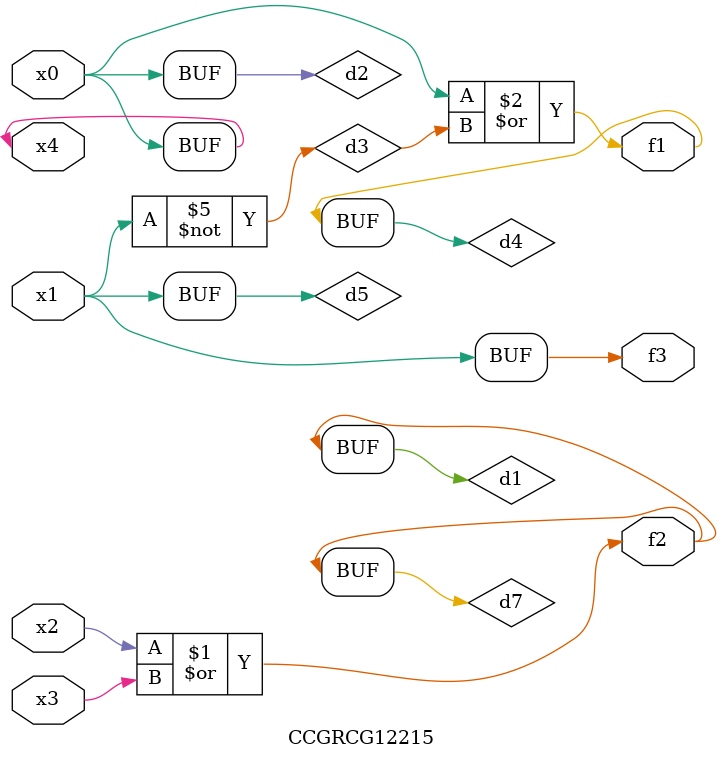
<source format=v>
module CCGRCG12215(
	input x0, x1, x2, x3, x4,
	output f1, f2, f3
);

	wire d1, d2, d3, d4, d5, d6, d7;

	or (d1, x2, x3);
	buf (d2, x0, x4);
	not (d3, x1);
	or (d4, d2, d3);
	not (d5, d3);
	nand (d6, d1, d3);
	or (d7, d1);
	assign f1 = d4;
	assign f2 = d7;
	assign f3 = d5;
endmodule

</source>
